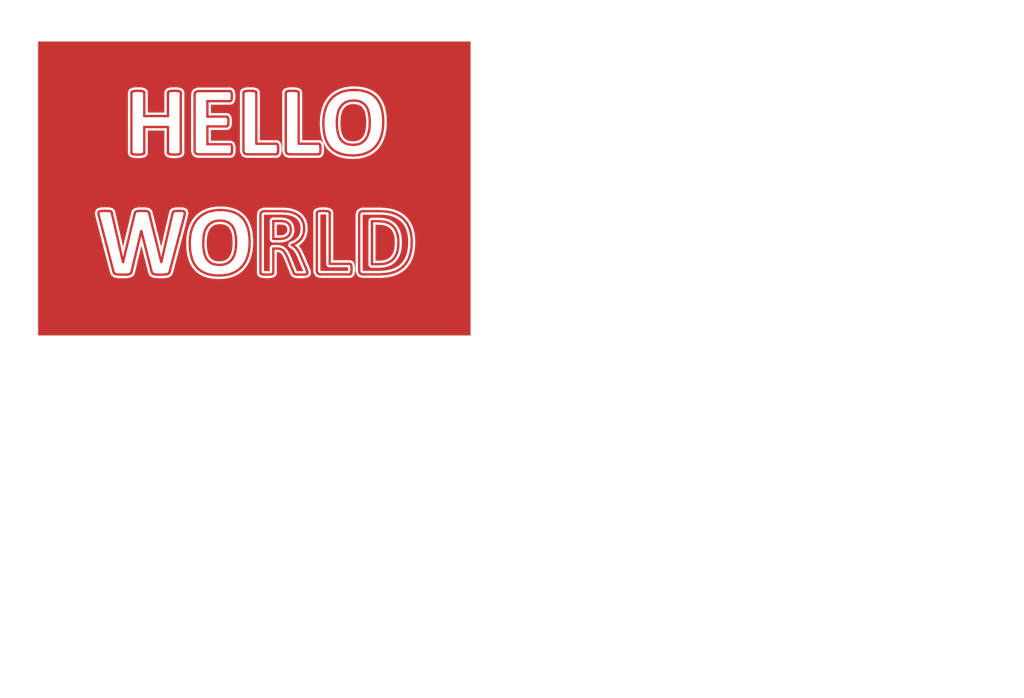
<source format=kicad_pcb>
(kicad_pcb (version 20211014) (generator pcbnew)
  (layers (0 "F.Cu" signal) (31 "B.Cu" signal) (34 "B.Paste" user) (35 "F.Paste" user) (36 "B.SilkS" user "B.Silkscreen") (37 "F.SilkS" user "F.Silkscreen") (38 "B.Mask" user) (39 "F.Mask" user) (44 "Edge.Cuts" user))
  (net 0 "")
  (gr_curve (pts (xy 33.402295 35.025781) (xy 33.620025 34.783247) (xy 33.889431 34.597212) (xy 34.210514 34.467676)) (layer "F.Cu") (width 0.2))
  (gr_curve (pts (xy 31.014844 29.5374) (xy 30.974881 29.523619) (xy 30.945942 29.505705) (xy 30.928027 29.483656)) (layer "F.Cu") (width 0.2))
  (gr_curve (pts (xy 42.31958 35.271761) (xy 42.38297 35.435748) (xy 42.414665 35.62385) (xy 42.414665 35.836068)) (layer "F.Cu") (width 0.2))
  (gr_curve (pts (xy 27.839844 29.483656) (xy 27.821929 29.461608) (xy 27.812972 29.436803) (xy 27.812972 29.409242)) (layer "F.Cu") (width 0.2))
  (gr_curve (pts (xy 42.137679 38.180111) (xy 42.137679 38.180111) (xy 42.588298 39.23431) (xy 42.588298 39.23431)) (layer "F.Cu") (width 0.2))
  (gr_curve (pts (xy 41.186833 29.55807) (xy 41.095882 29.55807) (xy 41.019401 29.531199) (xy 40.957389 29.477455)) (layer "F.Cu") (width 0.2))
  (gr_curve (pts (xy 37.567415 24.196124) (xy 37.637695 24.187856) (xy 37.725201 24.183721) (xy 37.829932 24.183721)) (layer "F.Cu") (width 0.2))
  (gr_curve (pts (xy 28.900244 27.2471) (xy 28.900244 27.2471) (xy 28.900244 29.409242) (xy 28.900244 29.409242)) (layer "F.Cu") (width 0.2))
  (gr_curve (pts (xy 41.147559 24.196124) (xy 41.217839 24.187856) (xy 41.305344 24.183721) (xy 41.410075 24.183721)) (layer "F.Cu") (width 0.2))
  (gr_curve (pts (xy 42.675114 39.653923) (xy 42.66409 39.674593) (xy 42.637907 39.691819) (xy 42.596566 39.705599)) (layer "F.Cu") (width 0.2))
  (gr_curve (pts (xy 40.130566 29.533266) (xy 40.109896 29.549802) (xy 40.08578 29.55807) (xy 40.058219 29.55807)) (layer "F.Cu") (width 0.2))
  (gr_curve (pts (xy 45.920394 25.157305) (xy 45.741249 25.257902) (xy 45.596555 25.392261) (xy 45.486312 25.560382)) (layer "F.Cu") (width 0.2))
  (gr_curve (pts (xy 39.783301 39.643587) (xy 39.765386 39.665636) (xy 39.735758 39.68355) (xy 39.694417 39.697331)) (layer "F.Cu") (width 0.2))
  (gr_curve (pts (xy 43.582552 39.637386) (xy 43.52054 39.583643) (xy 43.489535 39.496137) (xy 43.489535 39.37487)) (layer "F.Cu") (width 0.2))
  (gr_curve (pts (xy 43.638363 28.660967) (xy 43.665923 28.660967) (xy 43.690039 28.668547) (xy 43.71071 28.683705)) (layer "F.Cu") (width 0.2))
  (gr_curve (pts (xy 33.954199 36.309424) (xy 33.908724 36.534044) (xy 33.885986 36.771756) (xy 33.885986 37.022559)) (layer "F.Cu") (width 0.2))
  (gr_curve (pts (xy 32.744971 37.076302) (xy 32.744971 36.643598) (xy 32.800092 36.254302) (xy 32.910335 35.908415)) (layer "F.Cu") (width 0.2))
  (gr_curve (pts (xy 36.6021 36.272217) (xy 36.558002 36.042085) (xy 36.482899 35.845025) (xy 36.37679 35.681039)) (layer "F.Cu") (width 0.2))
  (gr_curve (pts (xy 37.650098 35.776123) (xy 37.756207 36.116499) (xy 37.809261 36.518197) (xy 37.809261 36.981218)) (layer "F.Cu") (width 0.2))
  (gr_curve (pts (xy 39.810173 37.531055) (xy 39.810173 37.531055) (xy 39.810173 39.569173) (xy 39.810173 39.569173)) (layer "F.Cu") (width 0.2))
  (gr_curve (pts (xy 35.953044 35.3007) (xy 35.776655 35.211128) (xy 35.556169 35.166341) (xy 35.291585 35.166341)) (layer "F.Cu") (width 0.2))
  (gr_curve (pts (xy 50.015234 35.728581) (xy 49.884321 35.568728) (xy 49.7162 35.444016) (xy 49.510872 35.354444)) (layer "F.Cu") (width 0.2))
  (gr_curve (pts (xy 36.213493 25.037416) (xy 36.1942 25.052574) (xy 36.172152 25.060154) (xy 36.147347 25.060154)) (layer "F.Cu") (width 0.2))
  (gr_curve (pts (xy 43.489535 39.37487) (xy 43.489535 39.37487) (xy 43.489535 34.517285) (xy 43.489535 34.517285)) (layer "F.Cu") (width 0.2))
  (gr_curve (pts (xy 32.143457 34.353988) (xy 32.210981 34.360878) (xy 32.259901 34.379481) (xy 32.290218 34.409798)) (layer "F.Cu") (width 0.2))
  (gr_curve (pts (xy 45.252734 26.149493) (xy 45.207259 26.374113) (xy 45.184521 26.611825) (xy 45.184521 26.862628)) (layer "F.Cu") (width 0.2))
  (gr_curve (pts (xy 28.900244 26.321059) (xy 28.900244 26.321059) (xy 30.901156 26.321059) (xy 30.901156 26.321059)) (layer "F.Cu") (width 0.2))
  (gr_curve (pts (xy 33.952132 37.810108) (xy 33.996229 38.042996) (xy 34.070643 38.242123) (xy 34.175374 38.407487)) (layer "F.Cu") (width 0.2))
  (gr_curve (pts (xy 28.689404 34.343652) (xy 28.821696 34.343652) (xy 28.927116 34.346409) (xy 29.005664 34.351921)) (layer "F.Cu") (width 0.2))
  (gr_curve (pts (xy 36.00472 26.587709) (xy 36.01161 26.641453) (xy 36.015055 26.706909) (xy 36.015055 26.784079)) (layer "F.Cu") (width 0.2))
  (gr_curve (pts (xy 33.247266 29.477455) (xy 33.185254 29.423712) (xy 33.154248 29.336206) (xy 33.154248 29.214939)) (layer "F.Cu") (width 0.2))
  (gr_curve (pts (xy 28.788623 24.229197) (xy 28.829964 24.242977) (xy 28.858903 24.260892) (xy 28.875439 24.28294)) (layer "F.Cu") (width 0.2))
  (gr_curve (pts (xy 38.25988 24.229197) (xy 38.301221 24.242977) (xy 38.330849 24.260892) (xy 38.348763 24.28294)) (layer "F.Cu") (width 0.2))
  (gr_curve (pts (xy 28.900244 29.409242) (xy 28.900244 29.436803) (xy 28.891976 29.461608) (xy 28.875439 29.483656)) (layer "F.Cu") (width 0.2))
  (gr_curve (pts (xy 31.058252 39.441016) (xy 31.041715 39.507162) (xy 31.018978 39.560216) (xy 30.990039 39.600179)) (layer "F.Cu") (width 0.2))
  (gr_curve (pts (xy 35.973714 27.108607) (xy 35.959934 27.140302) (xy 35.942708 27.16304) (xy 35.922038 27.17682)) (layer "F.Cu") (width 0.2))
  (gr_curve (pts (xy 35.229574 39.813086) (xy 34.813406 39.813086) (xy 34.450293 39.758654) (xy 34.140234 39.649789)) (layer "F.Cu") (width 0.2))
  (gr_curve (pts (xy 26.16346 34.566895) (xy 26.16346 34.566895) (xy 27.101904 38.663802) (xy 27.101904 38.663802)) (layer "F.Cu") (width 0.2))
  (gr_curve (pts (xy 43.762386 29.45265) (xy 43.748606 29.489857) (xy 43.73138 29.516729) (xy 43.71071 29.533266)) (layer "F.Cu") (width 0.2))
  (gr_curve (pts (xy 29.507959 39.441016) (xy 29.507959 39.441016) (xy 28.652197 36.051042) (xy 28.652197 36.051042)) (layer "F.Cu") (width 0.2))
  (gr_curve (pts (xy 31.872673 24.229197) (xy 31.914014 24.242977) (xy 31.943641 24.260892) (xy 31.961556 24.28294)) (layer "F.Cu") (width 0.2))
  (gr_curve (pts (xy 45.895589 28.625828) (xy 46.071978 28.712644) (xy 46.293842 28.756052) (xy 46.561182 28.756052)) (layer "F.Cu") (width 0.2))
  (gr_curve (pts (xy 29.911035 39.732471) (xy 29.815951 39.725581) (xy 29.740847 39.7118) (xy 29.685726 39.69113)) (layer "F.Cu") (width 0.2))
  (gr_curve (pts (xy 31.446859 29.582875) (xy 31.339372 29.582875) (xy 31.250488 29.578741) (xy 31.180208 29.570473)) (layer "F.Cu") (width 0.2))
  (gr_curve (pts (xy 28.900244 24.357354) (xy 28.900244 24.357354) (xy 28.900244 26.321059) (xy 28.900244 26.321059)) (layer "F.Cu") (width 0.2))
  (gr_curve (pts (xy 47.900635 26.112286) (xy 47.856538 25.882153) (xy 47.781434 25.685094) (xy 47.675326 25.521107)) (layer "F.Cu") (width 0.2))
  (gr_curve (pts (xy 41.042139 38.366146) (xy 40.984261 38.231098) (xy 40.927762 38.111209) (xy 40.87264 38.006478)) (layer "F.Cu") (width 0.2))
  (gr_curve (pts (xy 35.922038 26.389272) (xy 35.942708 26.40443) (xy 35.959934 26.427857) (xy 35.973714 26.459551)) (layer "F.Cu") (width 0.2))
  (gr_curve (pts (xy 43.793392 29.312091) (xy 43.786502 29.36859) (xy 43.776166 29.415443) (xy 43.762386 29.45265)) (layer "F.Cu") (width 0.2))
  (gr_curve (pts (xy 43.803727 29.103318) (xy 43.803727 29.186) (xy 43.800282 29.255591) (xy 43.793392 29.312091)) (layer "F.Cu") (width 0.2))
  (gr_curve (pts (xy 28.875439 29.483656) (xy 28.858903 29.505705) (xy 28.829964 29.523619) (xy 28.788623 29.5374)) (layer "F.Cu") (width 0.2))
  (gr_curve (pts (xy 51.321615 38.223519) (xy 51.193457 38.572163) (xy 51.009489 38.856728) (xy 50.76971 39.077214)) (layer "F.Cu") (width 0.2))
  (gr_curve (pts (xy 43.811995 39.718001) (xy 43.721045 39.718001) (xy 43.644564 39.69113) (xy 43.582552 39.637386)) (layer "F.Cu") (width 0.2))
  (gr_curve (pts (xy 40.223584 29.103318) (xy 40.223584 29.186) (xy 40.220139 29.255591) (xy 40.213249 29.312091)) (layer "F.Cu") (width 0.2))
  (gr_curve (pts (xy 35.922038 27.17682) (xy 35.901367 27.190601) (xy 35.87863 27.197491) (xy 35.853825 27.197491)) (layer "F.Cu") (width 0.2))
  (gr_curve (pts (xy 50.817253 35.031983) (xy 51.044629 35.251091) (xy 51.217573 35.521875) (xy 51.336084 35.844336)) (layer "F.Cu") (width 0.2))
  (gr_curve (pts (xy 28.216048 34.391195) (xy 28.258767 34.37328) (xy 28.317334 34.360878) (xy 28.391748 34.353988)) (layer "F.Cu") (width 0.2))
  (gr_curve (pts (xy 30.901156 24.357354) (xy 30.901156 24.329793) (xy 30.910113 24.304989) (xy 30.928027 24.28294)) (layer "F.Cu") (width 0.2))
  (gr_curve (pts (xy 46.335872 39.693197) (xy 46.315202 39.709733) (xy 46.291086 39.718001) (xy 46.263525 39.718001)) (layer "F.Cu") (width 0.2))
  (gr_curve (pts (xy 34.140234 39.649789) (xy 33.830176 39.540924) (xy 33.571794 39.37487) (xy 33.365088 39.151628)) (layer "F.Cu") (width 0.2))
  (gr_curve (pts (xy 40.182243 29.45265) (xy 40.168462 29.489857) (xy 40.151237 29.516729) (xy 40.130566 29.533266)) (layer "F.Cu") (width 0.2))
  (gr_curve (pts (xy 38.094515 24.196124) (xy 38.163417 24.204392) (xy 38.218538 24.215416) (xy 38.25988 24.229197)) (layer "F.Cu") (width 0.2))
  (gr_curve (pts (xy 31.988428 29.409242) (xy 31.988428 29.436803) (xy 31.97947 29.461608) (xy 31.961556 29.483656)) (layer "F.Cu") (width 0.2))
  (gr_curve (pts (xy 40.980127 24.229197) (xy 41.021468 24.215416) (xy 41.077279 24.204392) (xy 41.147559 24.196124)) (layer "F.Cu") (width 0.2))
  (gr_curve (pts (xy 27.438835 39.732471) (xy 27.346506 39.739361) (xy 27.22455 39.742806) (xy 27.072965 39.742806)) (layer "F.Cu") (width 0.2))
  (gr_curve (pts (xy 30.859814 39.69113) (xy 30.801937 39.7118) (xy 30.727523 39.725581) (xy 30.636572 39.732471)) (layer "F.Cu") (width 0.2))
  (gr_curve (pts (xy 36.015055 26.784079) (xy 36.015055 26.864006) (xy 36.01161 26.930152) (xy 36.00472 26.982517)) (layer "F.Cu") (width 0.2))
  (gr_curve (pts (xy 41.170296 35.501205) (xy 41.09037 35.379937) (xy 40.959456 35.294499) (xy 40.777555 35.244889)) (layer "F.Cu") (width 0.2))
  (gr_curve (pts (xy 46.418555 39.054476) (xy 46.425445 39.110976) (xy 46.42889 39.180567) (xy 46.42889 39.263249)) (layer "F.Cu") (width 0.2))
  (gr_curve (pts (xy 45.486312 25.560382) (xy 45.376069 25.728502) (xy 45.29821 25.924873) (xy 45.252734 26.149493)) (layer "F.Cu") (width 0.2))
  (gr_curve (pts (xy 42.414665 35.836068) (xy 42.414665 36.015213) (xy 42.391927 36.17851) (xy 42.346452 36.32596)) (layer "F.Cu") (width 0.2))
  (gr_curve (pts (xy 47.66499 28.202081) (xy 47.775233 28.031204) (xy 47.853092 27.832078) (xy 47.898568 27.604701)) (layer "F.Cu") (width 0.2))
  (gr_curve (pts (xy 36.263102 24.301544) (xy 36.276883 24.335995) (xy 36.287218 24.380092) (xy 36.294108 24.433835)) (layer "F.Cu") (width 0.2))
  (gr_curve (pts (xy 34.175374 38.407487) (xy 34.280105 38.572852) (xy 34.420665 38.698942) (xy 34.597054 38.785759)) (layer "F.Cu") (width 0.2))
  (gr_curve (pts (xy 28.125098 34.467676) (xy 28.143012 34.434603) (xy 28.173329 34.409109) (xy 28.216048 34.391195)) (layer "F.Cu") (width 0.2))
  (gr_curve (pts (xy 35.973714 26.459551) (xy 35.987495 26.491246) (xy 35.99783 26.533966) (xy 36.00472 26.587709)) (layer "F.Cu") (width 0.2))
  (gr_curve (pts (xy 41.928906 24.28294) (xy 41.946821 24.304989) (xy 41.955778 24.329793) (xy 41.955778 24.357354)) (layer "F.Cu") (width 0.2))
  (gr_curve (pts (xy 47.392139 39.718001) (xy 47.301188 39.718001) (xy 47.224707 39.69113) (xy 47.162695 39.637386)) (layer "F.Cu") (width 0.2))
  (gr_curve (pts (xy 50.288086 37.812175) (xy 50.35561 37.580664) (xy 50.389372 37.310569) (xy 50.389372 37.001888)) (layer "F.Cu") (width 0.2))
  (gr_curve (pts (xy 46.42889 39.263249) (xy 46.42889 39.345931) (xy 46.425445 39.415522) (xy 46.418555 39.472022)) (layer "F.Cu") (width 0.2))
  (gr_curve (pts (xy 38.834521 39.697331) (xy 38.79318 39.68355) (xy 38.764242 39.665636) (xy 38.747705 39.643587)) (layer "F.Cu") (width 0.2))
  (gr_curve (pts (xy 48.942432 28.011911) (xy 48.832189 28.361933) (xy 48.668202 28.6589) (xy 48.450472 28.902813)) (layer "F.Cu") (width 0.2))
  (gr_curve (pts (xy 43.489535 34.517285) (xy 43.489535 34.489725) (xy 43.498492 34.46492) (xy 43.516406 34.442871)) (layer "F.Cu") (width 0.2))
  (gr_curve (pts (xy 37.284229 29.214939) (xy 37.284229 29.214939) (xy 37.284229 24.357354) (xy 37.284229 24.357354)) (layer "F.Cu") (width 0.2))
  (gr_curve (pts (xy 49.510872 35.354444) (xy 49.305545 35.264871) (xy 49.036138 35.220085) (xy 48.702653 35.220085)) (layer "F.Cu") (width 0.2))
  (gr_curve (pts (xy 34.237386 28.706443) (xy 34.237386 28.706443) (xy 36.163883 28.706443) (xy 36.163883 28.706443)) (layer "F.Cu") (width 0.2))
  (gr_curve (pts (xy 41.811084 39.734538) (xy 41.742182 39.729026) (xy 41.68775 39.71869) (xy 41.647786 39.703532)) (layer "F.Cu") (width 0.2))
  (gr_curve (pts (xy 42.346452 36.32596) (xy 42.300977 36.473411) (xy 42.234142 36.605013) (xy 42.145947 36.720768)) (layer "F.Cu") (width 0.2))
  (gr_curve (pts (xy 25.24362 34.353988) (xy 25.322168 34.347098) (xy 25.431722 34.343652) (xy 25.572282 34.343652)) (layer "F.Cu") (width 0.2))
  (gr_curve (pts (xy 37.178809 34.930697) (xy 37.386892 35.153939) (xy 37.543989 35.435748) (xy 37.650098 35.776123)) (layer "F.Cu") (width 0.2))
  (gr_curve (pts (xy 36.314779 28.931752) (xy 36.321669 28.985495) (xy 36.325114 29.05233) (xy 36.325114 29.132257)) (layer "F.Cu") (width 0.2))
  (gr_curve (pts (xy 31.707308 29.570473) (xy 31.638406 29.578741) (xy 31.55159 29.582875) (xy 31.446859 29.582875)) (layer "F.Cu") (width 0.2))
  (gr_curve (pts (xy 30.289307 39.742806) (xy 30.13221 39.742806) (xy 30.00612 39.739361) (xy 29.911035 39.732471)) (layer "F.Cu") (width 0.2))
  (gr_curve (pts (xy 40.455094 37.584798) (xy 40.3669 37.548969) (xy 40.264925 37.531055) (xy 40.14917 37.531055)) (layer "F.Cu") (width 0.2))
  (gr_curve (pts (xy 32.910335 35.908415) (xy 33.020578 35.562527) (xy 33.184565 35.268316) (xy 33.402295 35.025781)) (layer "F.Cu") (width 0.2))
  (gr_curve (pts (xy 46.387549 38.91805) (xy 46.401329 38.952501) (xy 46.411664 38.997976) (xy 46.418555 39.054476)) (layer "F.Cu") (width 0.2))
  (gr_curve (pts (xy 46.561182 28.756052) (xy 46.828521 28.756052) (xy 47.051763 28.706443) (xy 47.230908 28.607224)) (layer "F.Cu") (width 0.2))
  (gr_curve (pts (xy 30.928027 24.28294) (xy 30.945942 24.260892) (xy 30.974881 24.242977) (xy 31.014844 24.229197)) (layer "F.Cu") (width 0.2))
  (gr_curve (pts (xy 28.391748 34.353988) (xy 28.466162 34.347098) (xy 28.565381 34.343652) (xy 28.689404 34.343652)) (layer "F.Cu") (width 0.2))
  (gr_curve (pts (xy 47.162695 39.637386) (xy 47.100684 39.583643) (xy 47.069678 39.496137) (xy 47.069678 39.37487)) (layer "F.Cu") (width 0.2))
  (gr_curve (pts (xy 28.652197 36.051042) (xy 28.652197 36.051042) (xy 28.643929 36.051042) (xy 28.643929 36.051042)) (layer "F.Cu") (width 0.2))
  (gr_curve (pts (xy 40.777555 35.244889) (xy 40.722434 35.231109) (xy 40.659733 35.220085) (xy 40.589453 35.211817)) (layer "F.Cu") (width 0.2))
  (gr_curve (pts (xy 41.647786 39.703532) (xy 41.607823 39.688374) (xy 41.579574 39.669081) (xy 41.563037 39.645654)) (layer "F.Cu") (width 0.2))
  (gr_curve (pts (xy 44.70083 24.86585) (xy 44.91856 24.623316) (xy 45.187967 24.43728) (xy 45.509049 24.307745)) (layer "F.Cu") (width 0.2))
  (gr_curve (pts (xy 27.928727 24.229197) (xy 27.970068 24.215416) (xy 28.025879 24.204392) (xy 28.096159 24.196124)) (layer "F.Cu") (width 0.2))
  (gr_curve (pts (xy 36.00472 26.982517) (xy 35.99783 27.034882) (xy 35.987495 27.076913) (xy 35.973714 27.108607)) (layer "F.Cu") (width 0.2))
  (gr_curve (pts (xy 30.901156 26.321059) (xy 30.901156 26.321059) (xy 30.901156 24.357354) (xy 30.901156 24.357354)) (layer "F.Cu") (width 0.2))
  (gr_curve (pts (xy 36.314779 29.332761) (xy 36.307888 29.386505) (xy 36.297553 29.429913) (xy 36.283773 29.462986)) (layer "F.Cu") (width 0.2))
  (gr_curve (pts (xy 44.20887 25.748484) (xy 44.319113 25.402596) (xy 44.4831 25.108385) (xy 44.70083 24.86585)) (layer "F.Cu") (width 0.2))
  (gr_curve (pts (xy 40.864372 29.214939) (xy 40.864372 29.214939) (xy 40.864372 24.357354) (xy 40.864372 24.357354)) (layer "F.Cu") (width 0.2))
  (gr_curve (pts (xy 42.67098 39.463753) (xy 42.68476 39.511985) (xy 42.69165 39.549881) (xy 42.69165 39.577442)) (layer "F.Cu") (width 0.2))
  (gr_curve (pts (xy 41.955778 28.660967) (xy 41.955778 28.660967) (xy 43.638363 28.660967) (xy 43.638363 28.660967)) (layer "F.Cu") (width 0.2))
  (gr_curve (pts (xy 46.528109 29.653155) (xy 46.111941 29.653155) (xy 45.748828 29.598722) (xy 45.43877 29.489857)) (layer "F.Cu") (width 0.2))
  (gr_curve (pts (xy 43.793392 28.894545) (xy 43.800282 28.951045) (xy 43.803727 29.020635) (xy 43.803727 29.103318)) (layer "F.Cu") (width 0.2))
  (gr_curve (pts (xy 44.554069 34.442871) (xy 44.571984 34.46492) (xy 44.580941 34.489725) (xy 44.580941 34.517285)) (layer "F.Cu") (width 0.2))
  (gr_curve (pts (xy 37.829932 24.183721) (xy 37.937419 24.183721) (xy 38.025613 24.187856) (xy 38.094515 24.196124)) (layer "F.Cu") (width 0.2))
  (gr_curve (pts (xy 47.642253 29.460919) (xy 47.32117 29.589076) (xy 46.949788 29.653155) (xy 46.528109 29.653155)) (layer "F.Cu") (width 0.2))
  (gr_curve (pts (xy 27.839844 24.28294) (xy 27.857758 24.260892) (xy 27.887386 24.242977) (xy 27.928727 24.229197)) (layer "F.Cu") (width 0.2))
  (gr_curve (pts (xy 45.43877 29.489857) (xy 45.128711 29.380992) (xy 44.870329 29.214939) (xy 44.663623 28.991697)) (layer "F.Cu") (width 0.2))
  (gr_curve (pts (xy 41.800749 37.570329) (xy 41.86276 37.648877) (xy 41.921327 37.73845) (xy 41.976449 37.839046)) (layer "F.Cu") (width 0.2))
  (gr_curve (pts (xy 36.263102 24.965069) (xy 36.249322 24.998142) (xy 36.232785 25.022258) (xy 36.213493 25.037416)) (layer "F.Cu") (width 0.2))
  (gr_curve (pts (xy 41.058675 36.503727) (xy 41.135845 36.436203) (xy 41.193723 36.355588) (xy 41.232308 36.261882)) (layer "F.Cu") (width 0.2))
  (gr_curve (pts (xy 41.976449 37.839046) (xy 42.03157 37.939643) (xy 42.085314 38.053331) (xy 42.137679 38.180111)) (layer "F.Cu") (width 0.2))
  (gr_curve (pts (xy 41.410075 24.183721) (xy 41.517562 24.183721) (xy 41.605756 24.187856) (xy 41.674658 24.196124)) (layer "F.Cu") (width 0.2))
  (gr_curve (pts (xy 38.815918 34.449072) (xy 38.87793 34.395329) (xy 38.954411 34.368457) (xy 39.045361 34.368457)) (layer "F.Cu") (width 0.2))
  (gr_curve (pts (xy 49.982161 38.393018) (xy 50.118587 38.237299) (xy 50.220562 38.043685) (xy 50.288086 37.812175)) (layer "F.Cu") (width 0.2))
  (gr_curve (pts (xy 42.588298 39.23431) (xy 42.629639 39.339041) (xy 42.657199 39.415522) (xy 42.67098 39.463753)) (layer "F.Cu") (width 0.2))
  (gr_curve (pts (xy 33.154248 24.551658) (xy 33.154248 24.43039) (xy 33.185254 24.342885) (xy 33.247266 24.289141)) (layer "F.Cu") (width 0.2))
  (gr_curve (pts (xy 41.232308 36.261882) (xy 41.270893 36.168175) (xy 41.290186 36.063444) (xy 41.290186 35.947689)) (layer "F.Cu") (width 0.2))
  (gr_curve (pts (xy 33.476709 29.55807) (xy 33.385758 29.55807) (xy 33.309277 29.531199) (xy 33.247266 29.477455)) (layer "F.Cu") (width 0.2))
  (gr_curve (pts (xy 29.187565 34.387061) (xy 29.230284 34.404975) (xy 29.26129 34.430469) (xy 29.280583 34.463542)) (layer "F.Cu") (width 0.2))
  (gr_curve (pts (xy 40.777555 34.376725) (xy 40.868506 34.382238) (xy 40.951188 34.389128) (xy 41.025602 34.397396)) (layer "F.Cu") (width 0.2))
  (gr_curve (pts (xy 43.71071 28.683705) (xy 43.73138 28.698864) (xy 43.748606 28.723668) (xy 43.762386 28.758119)) (layer "F.Cu") (width 0.2))
  (gr_curve (pts (xy 36.232096 29.535333) (xy 36.211426 29.550491) (xy 36.188688 29.55807) (xy 36.163883 29.55807)) (layer "F.Cu") (width 0.2))
  (gr_curve (pts (xy 33.154248 29.214939) (xy 33.154248 29.214939) (xy 33.154248 24.551658) (xy 33.154248 24.551658)) (layer "F.Cu") (width 0.2))
  (gr_curve (pts (xy 40.297998 35.199414) (xy 40.297998 35.199414) (xy 39.810173 35.199414) (xy 39.810173 35.199414)) (layer "F.Cu") (width 0.2))
  (gr_curve (pts (xy 27.657943 39.689063) (xy 27.604199 39.711111) (xy 27.531163 39.725581) (xy 27.438835 39.732471)) (layer "F.Cu") (width 0.2))
  (gr_curve (pts (xy 36.213493 24.229197) (xy 36.232785 24.242977) (xy 36.249322 24.267093) (xy 36.263102 24.301544)) (layer "F.Cu") (width 0.2))
  (gr_curve (pts (xy 27.106038 38.663802) (xy 27.106038 38.663802) (xy 28.081689 34.595833) (xy 28.081689 34.595833)) (layer "F.Cu") (width 0.2))
  (gr_curve (pts (xy 34.237386 26.366534) (xy 34.237386 26.366534) (xy 35.853825 26.366534) (xy 35.853825 26.366534)) (layer "F.Cu") (width 0.2))
  (gr_curve (pts (xy 35.262646 38.915983) (xy 35.529986 38.915983) (xy 35.753228 38.866374) (xy 35.932373 38.767155)) (layer "F.Cu") (width 0.2))
  (gr_curve (pts (xy 48.948633 25.616192) (xy 49.054742 25.956568) (xy 49.107796 26.358266) (xy 49.107796 26.821286)) (layer "F.Cu") (width 0.2))
  (gr_curve (pts (xy 44.035238 34.343652) (xy 44.142725 34.343652) (xy 44.230919 34.347787) (xy 44.299821 34.356055)) (layer "F.Cu") (width 0.2))
  (gr_curve (pts (xy 29.685726 39.69113) (xy 29.630604 39.670459) (xy 29.590641 39.640142) (xy 29.565837 39.600179)) (layer "F.Cu") (width 0.2))
  (gr_curve (pts (xy 28.081689 34.595833) (xy 28.092714 34.543468) (xy 28.107183 34.500749) (xy 28.125098 34.467676)) (layer "F.Cu") (width 0.2))
  (gr_curve (pts (xy 30.334782 38.663802) (xy 30.334782 38.663802) (xy 30.34305 38.663802) (xy 30.34305 38.663802)) (layer "F.Cu") (width 0.2))
  (gr_curve (pts (xy 28.096159 29.570473) (xy 28.025879 29.562204) (xy 27.970068 29.55118) (xy 27.928727 29.5374)) (layer "F.Cu") (width 0.2))
  (gr_curve (pts (xy 44.299821 34.356055) (xy 44.368723 34.364323) (xy 44.423844 34.375347) (xy 44.465186 34.389128)) (layer "F.Cu") (width 0.2))
  (gr_curve (pts (xy 39.264469 39.742806) (xy 39.159738 39.742806) (xy 39.072233 39.738672) (xy 39.001953 39.730404)) (layer "F.Cu") (width 0.2))
  (gr_curve (pts (xy 40.957389 29.477455) (xy 40.895378 29.423712) (xy 40.864372 29.336206) (xy 40.864372 29.214939)) (layer "F.Cu") (width 0.2))
  (gr_curve (pts (xy 31.961556 24.28294) (xy 31.97947 24.304989) (xy 31.988428 24.329793) (xy 31.988428 24.357354)) (layer "F.Cu") (width 0.2))
  (gr_curve (pts (xy 31.393115 34.391195) (xy 31.4317 34.37328) (xy 31.486822 34.360878) (xy 31.55848 34.353988)) (layer "F.Cu") (width 0.2))
  (gr_curve (pts (xy 31.014844 24.229197) (xy 31.054807 24.215416) (xy 31.109928 24.204392) (xy 31.180208 24.196124)) (layer "F.Cu") (width 0.2))
  (gr_curve (pts (xy 47.898568 27.604701) (xy 47.944043 27.377325) (xy 47.966781 27.135479) (xy 47.966781 26.879164)) (layer "F.Cu") (width 0.2))
  (gr_curve (pts (xy 41.563037 39.645654) (xy 41.546501 39.622228) (xy 41.53272 39.593978) (xy 41.521696 39.560905)) (layer "F.Cu") (width 0.2))
  (gr_curve (pts (xy 41.674658 24.196124) (xy 41.74356 24.204392) (xy 41.798682 24.215416) (xy 41.840023 24.229197)) (layer "F.Cu") (width 0.2))
  (gr_curve (pts (xy 51.336084 35.844336) (xy 51.454595 36.166797) (xy 51.513851 36.540245) (xy 51.513851 36.964681)) (layer "F.Cu") (width 0.2))
  (gr_curve (pts (xy 31.180208 24.196124) (xy 31.250488 24.187856) (xy 31.339372 24.183721) (xy 31.446859 24.183721)) (layer "F.Cu") (width 0.2))
  (gr_curve (pts (xy 31.707308 24.196124) (xy 31.77621 24.204392) (xy 31.831331 24.215416) (xy 31.872673 24.229197)) (layer "F.Cu") (width 0.2))
  (gr_curve (pts (xy 26.28335 39.441016) (xy 26.28335 39.441016) (xy 25.06792 34.7736) (xy 25.06792 34.7736)) (layer "F.Cu") (width 0.2))
  (gr_curve (pts (xy 43.772721 34.356055) (xy 43.843001 34.347787) (xy 43.930507 34.343652) (xy 44.035238 34.343652)) (layer "F.Cu") (width 0.2))
  (gr_curve (pts (xy 43.60529 34.389128) (xy 43.646631 34.375347) (xy 43.702441 34.364323) (xy 43.772721 34.356055)) (layer "F.Cu") (width 0.2))
  (gr_curve (pts (xy 27.833643 39.441016) (xy 27.819862 39.504406) (xy 27.80057 39.556082) (xy 27.775765 39.596045)) (layer "F.Cu") (width 0.2))
  (gr_curve (pts (xy 31.55848 34.353988) (xy 31.630138 34.347098) (xy 31.730735 34.343652) (xy 31.86027 34.343652)) (layer "F.Cu") (width 0.2))
  (gr_curve (pts (xy 27.775765 39.596045) (xy 27.75096 39.636008) (xy 27.711686 39.667014) (xy 27.657943 39.689063)) (layer "F.Cu") (width 0.2))
  (gr_curve (pts (xy 27.928727 29.5374) (xy 27.887386 29.523619) (xy 27.857758 29.505705) (xy 27.839844 29.483656)) (layer "F.Cu") (width 0.2))
  (gr_curve (pts (xy 30.34305 38.663802) (xy 30.34305 38.663802) (xy 31.281494 34.579297) (xy 31.281494 34.579297)) (layer "F.Cu") (width 0.2))
  (gr_curve (pts (xy 47.162695 34.449072) (xy 47.224707 34.395329) (xy 47.301188 34.368457) (xy 47.392139 34.368457)) (layer "F.Cu") (width 0.2))
  (gr_curve (pts (xy 31.988428 24.357354) (xy 31.988428 24.357354) (xy 31.988428 29.409242) (xy 31.988428 29.409242)) (layer "F.Cu") (width 0.2))
  (gr_curve (pts (xy 36.232096 28.72918) (xy 36.252767 28.744339) (xy 36.269992 28.768454) (xy 36.283773 28.801527)) (layer "F.Cu") (width 0.2))
  (gr_curve (pts (xy 30.636572 39.732471) (xy 30.545622 39.739361) (xy 30.429867 39.742806) (xy 30.289307 39.742806)) (layer "F.Cu") (width 0.2))
  (gr_curve (pts (xy 25.074121 34.409798) (xy 25.108572 34.379481) (xy 25.165072 34.360878) (xy 25.24362 34.353988)) (layer "F.Cu") (width 0.2))
  (gr_curve (pts (xy 28.788623 29.5374) (xy 28.747282 29.55118) (xy 28.69216 29.562204) (xy 28.623258 29.570473)) (layer "F.Cu") (width 0.2))
  (gr_curve (pts (xy 48.450472 28.902813) (xy 48.232742 29.146726) (xy 47.963336 29.332761) (xy 47.642253 29.460919)) (layer "F.Cu") (width 0.2))
  (gr_curve (pts (xy 46.263525 38.820899) (xy 46.291086 38.820899) (xy 46.315202 38.828478) (xy 46.335872 38.843636)) (layer "F.Cu") (width 0.2))
  (gr_curve (pts (xy 32.9 38.3) (xy 32.796647 37.955491) (xy 32.744971 37.547591) (xy 32.744971 37.076302)) (layer "F.Cu") (width 0.2))
  (gr_curve (pts (xy 46.263525 39.718001) (xy 46.263525 39.718001) (xy 43.811995 39.718001) (xy 43.811995 39.718001)) (layer "F.Cu") (width 0.2))
  (gr_curve (pts (xy 49.978027 34.535889) (xy 50.310135 34.64751) (xy 50.589876 34.812874) (xy 50.817253 35.031983)) (layer "F.Cu") (width 0.2))
  (gr_curve (pts (xy 43.71071 29.533266) (xy 43.690039 29.549802) (xy 43.665923 29.55807) (xy 43.638363 29.55807)) (layer "F.Cu") (width 0.2))
  (gr_curve (pts (xy 30.901156 27.2471) (xy 30.901156 27.2471) (xy 28.900244 27.2471) (xy 28.900244 27.2471)) (layer "F.Cu") (width 0.2))
  (gr_curve (pts (xy 41.290186 35.947689) (xy 41.290186 35.7713) (xy 41.250222 35.622472) (xy 41.170296 35.501205)) (layer "F.Cu") (width 0.2))
  (gr_curve (pts (xy 37.151937 39.062744) (xy 36.934207 39.306657) (xy 36.6648 39.492692) (xy 36.343717 39.62085)) (layer "F.Cu") (width 0.2))
  (gr_curve (pts (xy 25.880273 34.349854) (xy 25.956066 34.353988) (xy 26.013254 34.363634) (xy 26.051839 34.378792)) (layer "F.Cu") (width 0.2))
  (gr_curve (pts (xy 33.247266 24.289141) (xy 33.309277 24.235398) (xy 33.385758 24.208526) (xy 33.476709 24.208526)) (layer "F.Cu") (width 0.2))
  (gr_curve (pts (xy 36.283773 29.462986) (xy 36.269992 29.496059) (xy 36.252767 29.520174) (xy 36.232096 29.535333)) (layer "F.Cu") (width 0.2))
  (gr_curve (pts (xy 36.147347 24.208526) (xy 36.172152 24.208526) (xy 36.1942 24.215416) (xy 36.213493 24.229197)) (layer "F.Cu") (width 0.2))
  (gr_curve (pts (xy 44.663623 28.991697) (xy 44.456917 28.768454) (xy 44.301888 28.484579) (xy 44.198535 28.140069)) (layer "F.Cu") (width 0.2))
  (gr_curve (pts (xy 36.668245 37.039095) (xy 36.668245 36.757975) (xy 36.646197 36.502349) (xy 36.6021 36.272217)) (layer "F.Cu") (width 0.2))
  (gr_curve (pts (xy 38.348763 24.28294) (xy 38.366678 24.304989) (xy 38.375635 24.329793) (xy 38.375635 24.357354)) (layer "F.Cu") (width 0.2))
  (gr_curve (pts (xy 34.187777 35.720313) (xy 34.077534 35.888433) (xy 33.999674 36.084804) (xy 33.954199 36.309424)) (layer "F.Cu") (width 0.2))
  (gr_curve (pts (xy 43.638363 29.55807) (xy 43.638363 29.55807) (xy 41.186833 29.55807) (xy 41.186833 29.55807)) (layer "F.Cu") (width 0.2))
  (gr_curve (pts (xy 41.840023 24.229197) (xy 41.881364 24.242977) (xy 41.910992 24.260892) (xy 41.928906 24.28294)) (layer "F.Cu") (width 0.2))
  (gr_curve (pts (xy 28.358675 29.582875) (xy 28.253944 29.582875) (xy 28.166439 29.578741) (xy 28.096159 29.570473)) (layer "F.Cu") (width 0.2))
  (gr_curve (pts (xy 25.026579 34.540023) (xy 25.023823 34.483523) (xy 25.03967 34.440115) (xy 25.074121 34.409798)) (layer "F.Cu") (width 0.2))
  (gr_curve (pts (xy 44.580941 34.517285) (xy 44.580941 34.517285) (xy 44.580941 38.820899) (xy 44.580941 38.820899)) (layer "F.Cu") (width 0.2))
  (gr_curve (pts (xy 37.399984 24.229197) (xy 37.441325 24.215416) (xy 37.497135 24.204392) (xy 37.567415 24.196124)) (layer "F.Cu") (width 0.2))
  (gr_curve (pts (xy 42.08807 39.742806) (xy 41.972314 39.742806) (xy 41.879986 39.74005) (xy 41.811084 39.734538)) (layer "F.Cu") (width 0.2))
  (gr_curve (pts (xy 40.213249 29.312091) (xy 40.206359 29.36859) (xy 40.196023 29.415443) (xy 40.182243 29.45265)) (layer "F.Cu") (width 0.2))
  (gr_curve (pts (xy 40.213249 28.894545) (xy 40.220139 28.951045) (xy 40.223584 29.020635) (xy 40.223584 29.103318)) (layer "F.Cu") (width 0.2))
  (gr_curve (pts (xy 38.375635 24.357354) (xy 38.375635 24.357354) (xy 38.375635 28.660967) (xy 38.375635 28.660967)) (layer "F.Cu") (width 0.2))
  (gr_curve (pts (xy 33.365088 39.151628) (xy 33.158382 38.928386) (xy 33.003353 38.64451) (xy 32.9 38.3)) (layer "F.Cu") (width 0.2))
  (gr_curve (pts (xy 47.251579 25.140769) (xy 47.07519 25.051196) (xy 46.854704 25.00641) (xy 46.59012 25.00641)) (layer "F.Cu") (width 0.2))
  (gr_curve (pts (xy 31.446859 24.183721) (xy 31.55159 24.183721) (xy 31.638406 24.187856) (xy 31.707308 24.196124)) (layer "F.Cu") (width 0.2))
  (gr_curve (pts (xy 26.051839 34.378792) (xy 26.090424 34.393951) (xy 26.116607 34.415999) (xy 26.130387 34.444938)) (layer "F.Cu") (width 0.2))
  (gr_curve (pts (xy 41.955778 24.357354) (xy 41.955778 24.357354) (xy 41.955778 28.660967) (xy 41.955778 28.660967)) (layer "F.Cu") (width 0.2))
  (gr_curve (pts (xy 37.284229 24.357354) (xy 37.284229 24.329793) (xy 37.293186 24.304989) (xy 37.3111 24.28294)) (layer "F.Cu") (width 0.2))
  (gr_curve (pts (xy 28.643929 36.051042) (xy 28.643929 36.051042) (xy 27.833643 39.441016) (xy 27.833643 39.441016)) (layer "F.Cu") (width 0.2))
  (gr_curve (pts (xy 44.580941 38.820899) (xy 44.580941 38.820899) (xy 46.263525 38.820899) (xy 46.263525 38.820899)) (layer "F.Cu") (width 0.2))
  (gr_curve (pts (xy 40.130566 28.683705) (xy 40.151237 28.698864) (xy 40.168462 28.723668) (xy 40.182243 28.758119)) (layer "F.Cu") (width 0.2))
  (gr_curve (pts (xy 34.237386 27.197491) (xy 34.237386 27.197491) (xy 34.237386 28.706443) (xy 34.237386 28.706443)) (layer "F.Cu") (width 0.2))
  (gr_curve (pts (xy 49.895345 39.562972) (xy 49.552214 39.666325) (xy 49.143625 39.718001) (xy 48.66958 39.718001)) (layer "F.Cu") (width 0.2))
  (gr_curve (pts (xy 38.375635 28.660967) (xy 38.375635 28.660967) (xy 40.058219 28.660967) (xy 40.058219 28.660967)) (layer "F.Cu") (width 0.2))
  (gr_curve (pts (xy 47.069678 39.37487) (xy 47.069678 39.37487) (xy 47.069678 34.711589) (xy 47.069678 34.711589)) (layer "F.Cu") (width 0.2))
  (gr_curve (pts (xy 46.627327 24.113441) (xy 47.032471 24.113441) (xy 47.390072 24.167185) (xy 47.70013 24.274672)) (layer "F.Cu") (width 0.2))
  (gr_curve (pts (xy 45.250667 27.650176) (xy 45.294765 27.883065) (xy 45.369179 28.082191) (xy 45.47391 28.247556)) (layer "F.Cu") (width 0.2))
  (gr_curve (pts (xy 35.291585 35.166341) (xy 35.024246 35.166341) (xy 34.801004 35.21664) (xy 34.621859 35.317236)) (layer "F.Cu") (width 0.2))
  (gr_curve (pts (xy 31.314567 34.465609) (xy 31.328347 34.433914) (xy 31.35453 34.409109) (xy 31.393115 34.391195)) (layer "F.Cu") (width 0.2))
  (gr_curve (pts (xy 34.210514 34.467676) (xy 34.531597 34.33814) (xy 34.904357 34.273373) (xy 35.328792 34.273373)) (layer "F.Cu") (width 0.2))
  (gr_curve (pts (xy 34.621859 35.317236) (xy 34.442714 35.417833) (xy 34.29802 35.552192) (xy 34.187777 35.720313)) (layer "F.Cu") (width 0.2))
  (gr_curve (pts (xy 48.152816 38.858106) (xy 48.152816 38.858106) (xy 48.719189 38.858106) (xy 48.719189 38.858106)) (layer "F.Cu") (width 0.2))
  (gr_curve (pts (xy 26.69056 39.732471) (xy 26.595475 39.725581) (xy 26.520372 39.7118) (xy 26.465251 39.69113)) (layer "F.Cu") (width 0.2))
  (gr_curve (pts (xy 37.643896 38.171843) (xy 37.533653 38.521864) (xy 37.369667 38.818832) (xy 37.151937 39.062744)) (layer "F.Cu") (width 0.2))
  (gr_curve (pts (xy 31.180208 29.570473) (xy 31.109928 29.562204) (xy 31.054807 29.55118) (xy 31.014844 29.5374)) (layer "F.Cu") (width 0.2))
  (gr_curve (pts (xy 30.928027 29.483656) (xy 30.910113 29.461608) (xy 30.901156 29.436803) (xy 30.901156 29.409242)) (layer "F.Cu") (width 0.2))
  (gr_curve (pts (xy 51.513851 36.964681) (xy 51.513851 37.455263) (xy 51.449772 37.874875) (xy 51.321615 38.223519)) (layer "F.Cu") (width 0.2))
  (gr_curve (pts (xy 43.516406 34.442871) (xy 43.534321 34.420823) (xy 43.563949 34.402908) (xy 43.60529 34.389128)) (layer "F.Cu") (width 0.2))
  (gr_curve (pts (xy 50.389372 37.001888) (xy 50.389372 36.748329) (xy 50.359744 36.512685) (xy 50.300488 36.294955)) (layer "F.Cu") (width 0.2))
  (gr_curve (pts (xy 26.465251 39.69113) (xy 26.410129 39.670459) (xy 26.370166 39.640142) (xy 26.345361 39.600179)) (layer "F.Cu") (width 0.2))
  (gr_curve (pts (xy 31.86027 34.343652) (xy 31.981538 34.343652) (xy 32.075933 34.347098) (xy 32.143457 34.353988)) (layer "F.Cu") (width 0.2))
  (gr_curve (pts (xy 40.058219 28.660967) (xy 40.08578 28.660967) (xy 40.109896 28.668547) (xy 40.130566 28.683705)) (layer "F.Cu") (width 0.2))
  (gr_curve (pts (xy 46.387549 39.612582) (xy 46.373768 39.649789) (xy 46.356543 39.67666) (xy 46.335872 39.693197)) (layer "F.Cu") (width 0.2))
  (gr_curve (pts (xy 40.43029 34.368457) (xy 40.57085 34.368457) (xy 40.686605 34.371213) (xy 40.777555 34.376725)) (layer "F.Cu") (width 0.2))
  (gr_curve (pts (xy 47.230908 28.607224) (xy 47.410053 28.508005) (xy 47.554747 28.372958) (xy 47.66499 28.202081)) (layer "F.Cu") (width 0.2))
  (gr_curve (pts (xy 25.572282 34.343652) (xy 25.701817 34.343652) (xy 25.804481 34.34572) (xy 25.880273 34.349854)) (layer "F.Cu") (width 0.2))
  (gr_curve (pts (xy 40.182243 28.758119) (xy 40.196023 28.79257) (xy 40.206359 28.838045) (xy 40.213249 28.894545)) (layer "F.Cu") (width 0.2))
  (gr_curve (pts (xy 37.377246 29.477455) (xy 37.315234 29.423712) (xy 37.284229 29.336206) (xy 37.284229 29.214939)) (layer "F.Cu") (width 0.2))
  (gr_curve (pts (xy 48.719189 38.858106) (xy 49.016846 38.858106) (xy 49.267649 38.819521) (xy 49.471598 38.74235)) (layer "F.Cu") (width 0.2))
  (gr_curve (pts (xy 29.565837 39.600179) (xy 29.541032 39.560216) (xy 29.521739 39.507162) (xy 29.507959 39.441016)) (layer "F.Cu") (width 0.2))
  (gr_curve (pts (xy 48.764665 34.368457) (xy 49.241466 34.368457) (xy 49.64592 34.424268) (xy 49.978027 34.535889)) (layer "F.Cu") (width 0.2))
  (gr_curve (pts (xy 36.163883 28.706443) (xy 36.188688 28.706443) (xy 36.211426 28.714022) (xy 36.232096 28.72918)) (layer "F.Cu") (width 0.2))
  (gr_curve (pts (xy 44.043506 26.916371) (xy 44.043506 26.483667) (xy 44.098627 26.094371) (xy 44.20887 25.748484)) (layer "F.Cu") (width 0.2))
  (gr_curve (pts (xy 49.107796 26.821286) (xy 49.107796 27.265015) (xy 49.052675 27.66189) (xy 48.942432 28.011911)) (layer "F.Cu") (width 0.2))
  (gr_curve (pts (xy 26.345361 39.600179) (xy 26.320557 39.560216) (xy 26.299886 39.507162) (xy 26.28335 39.441016)) (layer "F.Cu") (width 0.2))
  (gr_curve (pts (xy 29.280583 34.463542) (xy 29.299875 34.496615) (xy 29.315034 34.540712) (xy 29.326058 34.595833)) (layer "F.Cu") (width 0.2))
  (gr_curve (pts (xy 40.058219 29.55807) (xy 40.058219 29.55807) (xy 37.606689 29.55807) (xy 37.606689 29.55807)) (layer "F.Cu") (width 0.2))
  (gr_curve (pts (xy 26.130387 34.444938) (xy 26.144168 34.473877) (xy 26.155192 34.514529) (xy 26.16346 34.566895)) (layer "F.Cu") (width 0.2))
  (gr_curve (pts (xy 27.812972 24.357354) (xy 27.812972 24.329793) (xy 27.821929 24.304989) (xy 27.839844 24.28294)) (layer "F.Cu") (width 0.2))
  (gr_curve (pts (xy 47.70013 24.274672) (xy 48.010189 24.382159) (xy 48.26926 24.547523) (xy 48.477344 24.770766)) (layer "F.Cu") (width 0.2))
  (gr_curve (pts (xy 39.810173 35.199414) (xy 39.810173 35.199414) (xy 39.810173 36.716634) (xy 39.810173 36.716634)) (layer "F.Cu") (width 0.2))
  (gr_curve (pts (xy 50.76971 39.077214) (xy 50.529932 39.2977) (xy 50.238477 39.459619) (xy 49.895345 39.562972)) (layer "F.Cu") (width 0.2))
  (gr_curve (pts (xy 35.853825 27.197491) (xy 35.853825 27.197491) (xy 34.237386 27.197491) (xy 34.237386 27.197491)) (layer "F.Cu") (width 0.2))
  (gr_curve (pts (xy 37.606689 29.55807) (xy 37.515739 29.55807) (xy 37.439258 29.531199) (xy 37.377246 29.477455)) (layer "F.Cu") (width 0.2))
  (gr_curve (pts (xy 45.184521 26.862628) (xy 45.184521 27.154772) (xy 45.20657 27.417288) (xy 45.250667 27.650176)) (layer "F.Cu") (width 0.2))
  (gr_curve (pts (xy 48.152816 35.220085) (xy 48.152816 35.220085) (xy 48.152816 38.858106) (xy 48.152816 38.858106)) (layer "F.Cu") (width 0.2))
  (gr_curve (pts (xy 28.358675 24.183721) (xy 28.466162 24.183721) (xy 28.554357 24.187856) (xy 28.623258 24.196124)) (layer "F.Cu") (width 0.2))
  (gr_curve (pts (xy 40.769287 36.660824) (xy 40.885042 36.623617) (xy 40.981505 36.571251) (xy 41.058675 36.503727)) (layer "F.Cu") (width 0.2))
  (gr_curve (pts (xy 47.392139 34.368457) (xy 47.392139 34.368457) (xy 48.764665 34.368457) (xy 48.764665 34.368457)) (layer "F.Cu") (width 0.2))
  (gr_curve (pts (xy 40.864372 24.357354) (xy 40.864372 24.329793) (xy 40.873329 24.304989) (xy 40.891243 24.28294)) (layer "F.Cu") (width 0.2))
  (gr_curve (pts (xy 25.06792 34.7736) (xy 25.043115 34.674382) (xy 25.029335 34.596523) (xy 25.026579 34.540023)) (layer "F.Cu") (width 0.2))
  (gr_curve (pts (xy 41.377002 37.229264) (xy 41.456928 37.26785) (xy 41.532031 37.314703) (xy 41.602311 37.369824)) (layer "F.Cu") (width 0.2))
  (gr_curve (pts (xy 42.69165 39.577442) (xy 42.69165 39.607758) (xy 42.686138 39.633252) (xy 42.675114 39.653923)) (layer "F.Cu") (width 0.2))
  (gr_curve (pts (xy 32.329492 34.544157) (xy 32.325358 34.603413) (xy 32.310889 34.684028) (xy 32.286084 34.786003)) (layer "F.Cu") (width 0.2))
  (gr_curve (pts (xy 28.875439 24.28294) (xy 28.891976 24.304989) (xy 28.900244 24.329793) (xy 28.900244 24.357354)) (layer "F.Cu") (width 0.2))
  (gr_curve (pts (xy 36.283773 28.801527) (xy 36.297553 28.8346) (xy 36.307888 28.878009) (xy 36.314779 28.931752)) (layer "F.Cu") (width 0.2))
  (gr_curve (pts (xy 36.366455 38.362012) (xy 36.476698 38.191135) (xy 36.554557 37.992009) (xy 36.600033 37.764632)) (layer "F.Cu") (width 0.2))
  (gr_curve (pts (xy 40.364144 36.716634) (xy 40.518484 36.716634) (xy 40.653532 36.698031) (xy 40.769287 36.660824)) (layer "F.Cu") (width 0.2))
  (gr_curve (pts (xy 34.237386 25.060154) (xy 34.237386 25.060154) (xy 34.237386 26.366534) (xy 34.237386 26.366534)) (layer "F.Cu") (width 0.2))
  (gr_curve (pts (xy 36.37679 35.681039) (xy 36.270681 35.517052) (xy 36.129433 35.390273) (xy 35.953044 35.3007)) (layer "F.Cu") (width 0.2))
  (gr_curve (pts (xy 37.809261 36.981218) (xy 37.809261 37.424946) (xy 37.75414 37.821821) (xy 37.643896 38.171843)) (layer "F.Cu") (width 0.2))
  (gr_curve (pts (xy 39.694417 39.697331) (xy 39.653076 39.711111) (xy 39.597955 39.722136) (xy 39.529053 39.730404)) (layer "F.Cu") (width 0.2))
  (gr_curve (pts (xy 39.810173 39.569173) (xy 39.810173 39.596734) (xy 39.801215 39.621539) (xy 39.783301 39.643587)) (layer "F.Cu") (width 0.2))
  (gr_curve (pts (xy 48.702653 35.220085) (xy 48.702653 35.220085) (xy 48.152816 35.220085) (xy 48.152816 35.220085)) (layer "F.Cu") (width 0.2))
  (gr_curve (pts (xy 36.304443 24.638474) (xy 36.304443 24.715644) (xy 36.300998 24.781101) (xy 36.294108 24.834844)) (layer "F.Cu") (width 0.2))
  (gr_curve (pts (xy 28.096159 24.196124) (xy 28.166439 24.187856) (xy 28.253944 24.183721) (xy 28.358675 24.183721)) (layer "F.Cu") (width 0.2))
  (gr_curve (pts (xy 28.623258 29.570473) (xy 28.554357 29.578741) (xy 28.466162 29.582875) (xy 28.358675 29.582875)) (layer "F.Cu") (width 0.2))
  (gr_curve (pts (xy 27.812972 29.409242) (xy 27.812972 29.409242) (xy 27.812972 24.357354) (xy 27.812972 24.357354)) (layer "F.Cu") (width 0.2))
  (gr_curve (pts (xy 36.343717 39.62085) (xy 36.022635 39.749007) (xy 35.651253 39.813086) (xy 35.229574 39.813086)) (layer "F.Cu") (width 0.2))
  (gr_curve (pts (xy 41.606445 34.554492) (xy 41.7787 34.628906) (xy 41.924772 34.726058) (xy 42.044661 34.845947)) (layer "F.Cu") (width 0.2))
  (gr_curve (pts (xy 36.294108 24.834844) (xy 36.287218 24.888588) (xy 36.276883 24.931996) (xy 36.263102 24.965069)) (layer "F.Cu") (width 0.2))
  (gr_curve (pts (xy 36.147347 25.060154) (xy 36.147347 25.060154) (xy 34.237386 25.060154) (xy 34.237386 25.060154)) (layer "F.Cu") (width 0.2))
  (gr_curve (pts (xy 29.326058 34.595833) (xy 29.326058 34.595833) (xy 30.334782 38.663802) (xy 30.334782 38.663802)) (layer "F.Cu") (width 0.2))
  (gr_curve (pts (xy 49.471598 38.74235) (xy 49.675548 38.66518) (xy 49.845736 38.548736) (xy 49.982161 38.393018)) (layer "F.Cu") (width 0.2))
  (gr_curve (pts (xy 33.885986 37.022559) (xy 33.885986 37.314703) (xy 33.908035 37.577219) (xy 33.952132 37.810108)) (layer "F.Cu") (width 0.2))
  (gr_curve (pts (xy 40.589453 35.211817) (xy 40.519173 35.203548) (xy 40.422021 35.199414) (xy 40.297998 35.199414)) (layer "F.Cu") (width 0.2))
  (gr_curve (pts (xy 48.66958 39.718001) (xy 48.66958 39.718001) (xy 47.392139 39.718001) (xy 47.392139 39.718001)) (layer "F.Cu") (width 0.2))
  (gr_curve (pts (xy 43.762386 28.758119) (xy 43.776166 28.79257) (xy 43.786502 28.838045) (xy 43.793392 28.894545)) (layer "F.Cu") (width 0.2))
  (gr_curve (pts (xy 31.281494 34.579297) (xy 31.289762 34.5352) (xy 31.300787 34.497304) (xy 31.314567 34.465609)) (layer "F.Cu") (width 0.2))
  (gr_curve (pts (xy 39.810173 36.716634) (xy 39.810173 36.716634) (xy 40.364144 36.716634) (xy 40.364144 36.716634)) (layer "F.Cu") (width 0.2))
  (gr_curve (pts (xy 27.072965 39.742806) (xy 26.913113 39.742806) (xy 26.785645 39.739361) (xy 26.69056 39.732471)) (layer "F.Cu") (width 0.2))
  (gr_curve (pts (xy 41.819352 37.022559) (xy 41.689817 37.107997) (xy 41.542367 37.176899) (xy 41.377002 37.229264)) (layer "F.Cu") (width 0.2))
  (gr_curve (pts (xy 47.069678 34.711589) (xy 47.069678 34.590321) (xy 47.100684 34.502816) (xy 47.162695 34.449072)) (layer "F.Cu") (width 0.2))
  (gr_curve (pts (xy 45.509049 24.307745) (xy 45.830132 24.178209) (xy 46.202892 24.113441) (xy 46.627327 24.113441)) (layer "F.Cu") (width 0.2))
  (gr_curve (pts (xy 41.025602 34.397396) (xy 41.240576 34.427713) (xy 41.434191 34.480078) (xy 41.606445 34.554492)) (layer "F.Cu") (width 0.2))
  (gr_curve (pts (xy 39.045361 34.368457) (xy 39.045361 34.368457) (xy 40.43029 34.368457) (xy 40.43029 34.368457)) (layer "F.Cu") (width 0.2))
  (gr_curve (pts (xy 36.401595 34.434603) (xy 36.711654 34.54209) (xy 36.970725 34.707455) (xy 37.178809 34.930697)) (layer "F.Cu") (width 0.2))
  (gr_curve (pts (xy 36.294108 24.433835) (xy 36.300998 24.487579) (xy 36.304443 24.555792) (xy 36.304443 24.638474)) (layer "F.Cu") (width 0.2))
  (gr_curve (pts (xy 37.3111 24.28294) (xy 37.329015 24.260892) (xy 37.358643 24.242977) (xy 37.399984 24.229197)) (layer "F.Cu") (width 0.2))
  (gr_curve (pts (xy 38.7229 34.711589) (xy 38.7229 34.590321) (xy 38.753906 34.502816) (xy 38.815918 34.449072)) (layer "F.Cu") (width 0.2))
  (gr_curve (pts (xy 40.87264 38.006478) (xy 40.817518 37.901747) (xy 40.756196 37.814242) (xy 40.688672 37.743962)) (layer "F.Cu") (width 0.2))
  (gr_curve (pts (xy 32.290218 34.409798) (xy 32.320535 34.440115) (xy 32.333626 34.484901) (xy 32.329492 34.544157)) (layer "F.Cu") (width 0.2))
  (gr_curve (pts (xy 47.675326 25.521107) (xy 47.569217 25.357121) (xy 47.427968 25.230341) (xy 47.251579 25.140769)) (layer "F.Cu") (width 0.2))
  (gr_curve (pts (xy 28.623258 24.196124) (xy 28.69216 24.204392) (xy 28.747282 24.215416) (xy 28.788623 24.229197)) (layer "F.Cu") (width 0.2))
  (gr_curve (pts (xy 47.966781 26.879164) (xy 47.966781 26.598044) (xy 47.944732 26.342418) (xy 47.900635 26.112286)) (layer "F.Cu") (width 0.2))
  (gr_curve (pts (xy 42.044661 34.845947) (xy 42.164551 34.965837) (xy 42.25619 35.107775) (xy 42.31958 35.271761)) (layer "F.Cu") (width 0.2))
  (gr_curve (pts (xy 31.872673 29.5374) (xy 31.831331 29.55118) (xy 31.77621 29.562204) (xy 31.707308 29.570473)) (layer "F.Cu") (width 0.2))
  (gr_curve (pts (xy 46.418555 39.472022) (xy 46.411664 39.528521) (xy 46.401329 39.575374) (xy 46.387549 39.612582)) (layer "F.Cu") (width 0.2))
  (gr_curve (pts (xy 30.901156 29.409242) (xy 30.901156 29.409242) (xy 30.901156 27.2471) (xy 30.901156 27.2471)) (layer "F.Cu") (width 0.2))
  (gr_curve (pts (xy 39.529053 39.730404) (xy 39.460151 39.738672) (xy 39.371956 39.742806) (xy 39.264469 39.742806)) (layer "F.Cu") (width 0.2))
  (gr_curve (pts (xy 35.328792 34.273373) (xy 35.733936 34.273373) (xy 36.091536 34.327116) (xy 36.401595 34.434603)) (layer "F.Cu") (width 0.2))
  (gr_curve (pts (xy 42.145947 36.720768) (xy 42.057753 36.836524) (xy 41.948888 36.93712) (xy 41.819352 37.022559)) (layer "F.Cu") (width 0.2))
  (gr_curve (pts (xy 40.891243 24.28294) (xy 40.909158 24.260892) (xy 40.938786 24.242977) (xy 40.980127 24.229197)) (layer "F.Cu") (width 0.2))
  (gr_curve (pts (xy 46.335872 38.843636) (xy 46.356543 38.858795) (xy 46.373768 38.883599) (xy 46.387549 38.91805)) (layer "F.Cu") (width 0.2))
  (gr_curve (pts (xy 42.414665 39.734538) (xy 42.334738 39.74005) (xy 42.225873 39.742806) (xy 42.08807 39.742806)) (layer "F.Cu") (width 0.2))
  (gr_curve (pts (xy 38.747705 39.643587) (xy 38.731169 39.621539) (xy 38.7229 39.596734) (xy 38.7229 39.569173)) (layer "F.Cu") (width 0.2))
  (gr_curve (pts (xy 50.300488 36.294955) (xy 50.241233 36.077225) (xy 50.146148 35.888433) (xy 50.015234 35.728581)) (layer "F.Cu") (width 0.2))
  (gr_curve (pts (xy 44.465186 34.389128) (xy 44.506527 34.402908) (xy 44.536155 34.420823) (xy 44.554069 34.442871)) (layer "F.Cu") (width 0.2))
  (gr_curve (pts (xy 32.286084 34.786003) (xy 32.286084 34.786003) (xy 31.058252 39.441016) (xy 31.058252 39.441016)) (layer "F.Cu") (width 0.2))
  (gr_curve (pts (xy 31.961556 29.483656) (xy 31.943641 29.505705) (xy 31.914014 29.523619) (xy 31.872673 29.5374)) (layer "F.Cu") (width 0.2))
  (gr_curve (pts (xy 41.602311 37.369824) (xy 41.672591 37.424946) (xy 41.738737 37.491781) (xy 41.800749 37.570329)) (layer "F.Cu") (width 0.2))
  (gr_curve (pts (xy 36.600033 37.764632) (xy 36.645508 37.537256) (xy 36.668245 37.29541) (xy 36.668245 37.039095)) (layer "F.Cu") (width 0.2))
  (gr_curve (pts (xy 48.477344 24.770766) (xy 48.685428 24.994008) (xy 48.842524 25.275817) (xy 48.948633 25.616192)) (layer "F.Cu") (width 0.2))
  (gr_curve (pts (xy 40.14917 37.531055) (xy 40.14917 37.531055) (xy 39.810173 37.531055) (xy 39.810173 37.531055)) (layer "F.Cu") (width 0.2))
  (gr_curve (pts (xy 35.932373 38.767155) (xy 36.111518 38.667936) (xy 36.256212 38.532889) (xy 36.366455 38.362012)) (layer "F.Cu") (width 0.2))
  (gr_curve (pts (xy 46.59012 25.00641) (xy 46.322781 25.00641) (xy 46.099539 25.056709) (xy 45.920394 25.157305)) (layer "F.Cu") (width 0.2))
  (gr_curve (pts (xy 29.005664 34.351921) (xy 29.084212 34.357433) (xy 29.144846 34.369146) (xy 29.187565 34.387061)) (layer "F.Cu") (width 0.2))
  (gr_curve (pts (xy 35.853825 26.366534) (xy 35.87863 26.366534) (xy 35.901367 26.374113) (xy 35.922038 26.389272)) (layer "F.Cu") (width 0.2))
  (gr_curve (pts (xy 45.47391 28.247556) (xy 45.57864 28.412921) (xy 45.7192 28.539011) (xy 45.895589 28.625828)) (layer "F.Cu") (width 0.2))
  (gr_curve (pts (xy 36.325114 29.132257) (xy 36.325114 29.212183) (xy 36.321669 29.279018) (xy 36.314779 29.332761)) (layer "F.Cu") (width 0.2))
  (gr_curve (pts (xy 34.597054 38.785759) (xy 34.773443 38.872575) (xy 34.995307 38.915983) (xy 35.262646 38.915983)) (layer "F.Cu") (width 0.2))
  (gr_curve (pts (xy 33.476709 24.208526) (xy 33.476709 24.208526) (xy 36.147347 24.208526) (xy 36.147347 24.208526)) (layer "F.Cu") (width 0.2))
  (gr_curve (pts (xy 40.688672 37.743962) (xy 40.621148 37.673682) (xy 40.543289 37.620627) (xy 40.455094 37.584798)) (layer "F.Cu") (width 0.2))
  (gr_curve (pts (xy 30.990039 39.600179) (xy 30.9611 39.640142) (xy 30.917692 39.670459) (xy 30.859814 39.69113)) (layer "F.Cu") (width 0.2))
  (gr_curve (pts (xy 38.7229 39.569173) (xy 38.7229 39.569173) (xy 38.7229 34.711589) (xy 38.7229 34.711589)) (layer "F.Cu") (width 0.2))
  (gr_curve (pts (xy 42.596566 39.705599) (xy 42.555225 39.719379) (xy 42.494591 39.729026) (xy 42.414665 39.734538)) (layer "F.Cu") (width 0.2))
  (gr_curve (pts (xy 36.163883 29.55807) (xy 36.163883 29.55807) (xy 33.476709 29.55807) (xy 33.476709 29.55807)) (layer "F.Cu") (width 0.2))
  (gr_curve (pts (xy 44.198535 28.140069) (xy 44.095182 27.79556) (xy 44.043506 27.38766) (xy 44.043506 26.916371)) (layer "F.Cu") (width 0.2))
  (gr_curve (pts (xy 41.521696 39.560905) (xy 41.521696 39.560905) (xy 41.042139 38.366146) (xy 41.042139 38.366146)) (layer "F.Cu") (width 0.2))
  (gr_curve (pts (xy 27.101904 38.663802) (xy 27.101904 38.663802) (xy 27.106038 38.663802) (xy 27.106038 38.663802)) (layer "F.Cu") (width 0.2))
  (gr_curve (pts (xy 39.001953 39.730404) (xy 38.931673 39.722136) (xy 38.875863 39.711111) (xy 38.834521 39.697331)) (layer "F.Cu") (width 0.2))
  (gr_rect (start 19.9 20) (end 56.5 44.9) (layer "Edge.Cuts") (width 0.05) (fill none))
  (zone (net 0) (net_name "") (layer "F.Cu") (connect_pads (clearance 0)) (min_thickness 0.254)
    (keepout (tracks not_allowed) (vias not_allowed) (pads not_allowed) (copperpour not_allowed) (footprints allowed))
    (fill (thermal_gap 0.508) (thermal_bridge_width 0.508))
    (polygon (pts (xy 41.840023 24.229197) (xy 41.955778 24.357354) (xy 41.955778 28.660967) (xy 43.638363 28.660967) (xy 43.793392 28.894545) (xy 43.793392 29.312091) (xy 43.71071 29.533266) (xy 43.638363 29.55807) (xy 41.186833 29.55807) (xy 40.957389 29.477455) (xy 40.864372 29.214939) (xy 40.890998 24.327875) (xy 40.980127 24.229197) (xy 41.410075 24.183721)))
  )
  (zone (net 0) (net_name "") (layer "F.Cu") (connect_pads (clearance 0)) (min_thickness 0.0254)
    (keepout (tracks not_allowed) (vias not_allowed) (pads not_allowed) (copperpour not_allowed) (footprints allowed))
    (fill (thermal_gap 0.508) (thermal_bridge_width 0.508))
    (polygon (pts (xy 36.568245 34.5) (xy 37.268245 35.1) (xy 37.768245 36.3) (xy 37.768245 37.6) (xy 37.468245 38.5) (xy 36.868245 39.3) (xy 36.068245 39.7) (xy 35.068245 39.8) (xy 34.168245 39.7) (xy 33.468245 39.3) (xy 32.968245 38.7) (xy 32.768245 37.8) (xy 32.768245 36.8) (xy 32.968245 35.8) (xy 33.468245 34.9) (xy 34.068245 34.6) (xy 35.068245 34.313441) (xy 35.266752 34.313441) (xy 35.268245 34.3) (xy 35.568245 34.3)))
    (polygon (pts (xy 34.668245 35.3) (xy 34.068245 35.8) (xy 33.868245 36.8) (xy 33.868245 37.6) (xy 33.968245 38.2) (xy 34.268245 38.7) (xy 34.668245 38.9) (xy 35.468245 38.956052) (xy 36.027261 38.74918) (xy 36.527261 38.14918) (xy 36.668245 37.3) (xy 36.668245 36.4) (xy 36.468245 36.1) (xy 36.268245 35.6) (xy 35.468245 35.2) (xy 35.068245 35.2)))
  )
  (zone (net 0) (net_name "") (layer "F.Cu") (connect_pads (clearance 0)) (min_thickness 0.254)
    (keepout (tracks not_allowed) (vias not_allowed) (pads not_allowed) (copperpour not_allowed) (footprints allowed))
    (fill (thermal_gap 0.508) (thermal_bridge_width 0.508))
    (polygon (pts (xy 32.290218 34.409798) (xy 32.286084 34.786003) (xy 31.058252 39.441016) (xy 30.859814 39.69113) (xy 29.685726 39.69113) (xy 29.507959 39.441016) (xy 28.643929 36.051042) (xy 27.833643 39.441016) (xy 27.657943 39.689063) (xy 26.69056 39.732471) (xy 26.345361 39.600179) (xy 26.28335 39.441016) (xy 25.06792 34.7736) (xy 25.074121 34.409798) (xy 25.4 34.353988) (xy 26.051839 34.378792) (xy 26.16346 34.7) (xy 27.106038 38.663802) (xy 28.081689 34.595833) (xy 28.391748 34.353988) (xy 29.187565 34.387061) (xy 29.326058 34.595833) (xy 30.34305 38.663802) (xy 31.314567 34.465609) (xy 31.8 34.353988)))
  )
  (zone (net 0) (net_name "") (layer "F.Cu") (connect_pads (clearance 0)) (min_thickness 0.0254)
    (keepout (tracks not_allowed) (vias not_allowed) (pads not_allowed) (copperpour not_allowed) (footprints allowed))
    (fill (thermal_gap 0.508) (thermal_bridge_width 0.508))
    (polygon (pts (xy 47.9 24.3) (xy 48.6 24.9) (xy 49.1 26.1) (xy 49.1 27.4) (xy 48.8 28.3) (xy 48.2 29.1) (xy 47.4 29.5) (xy 46.4 29.6) (xy 45.5 29.5) (xy 44.8 29.1) (xy 44.3 28.5) (xy 44.1 27.6) (xy 44.1 26.6) (xy 44.3 25.6) (xy 44.8 24.7) (xy 45.4 24.4) (xy 46.4 24.113441) (xy 46.598507 24.113441) (xy 46.6 24.1) (xy 46.9 24.1)))
    (polygon (pts (xy 46 25.1) (xy 45.4 25.6) (xy 45.2 26.6) (xy 45.2 27.4) (xy 45.3 28) (xy 45.6 28.5) (xy 46 28.7) (xy 46.8 28.756052) (xy 47.34918 28.540984) (xy 47.84918 27.940984) (xy 48 27.1) (xy 48 26.2) (xy 47.8 25.9) (xy 47.6 25.4) (xy 46.8 25) (xy 46.4 25)))
  )
  (zone (net 0) (net_name "") (layer "F.Cu") (connect_pads (clearance 0)) (min_thickness 0.254)
    (keepout (tracks not_allowed) (vias not_allowed) (pads not_allowed) (copperpour not_allowed) (footprints allowed))
    (fill (thermal_gap 0.508) (thermal_bridge_width 0.508))
    (polygon (pts (xy 31.707308 24.196124) (xy 31.872673 24.229197) (xy 31.988428 24.357354) (xy 32 29.4) (xy 31.707308 29.570473) (xy 31.446859 29.582875) (xy 31.180208 29.570473) (xy 30.928027 29.483656) (xy 30.901156 29.409242) (xy 30.901156 27.2471) (xy 28.900244 27.2471) (xy 28.900244 29.409242) (xy 28.788623 29.5374) (xy 28.623258 29.570473) (xy 28.358675 29.582875) (xy 28.096159 29.570473) (xy 27.839844 29.483656) (xy 27.812972 29.409242) (xy 27.812972 24.357354) (xy 27.928727 24.229197) (xy 28.096159 24.196124) (xy 28.358675 24.183721) (xy 28.623258 24.196124) (xy 28.875439 24.28294) (xy 28.900244 24.357354) (xy 28.900244 26.321059) (xy 30.901156 26.321059) (xy 30.901156 24.357354) (xy 31.014844 24.229197) (xy 31.3 24.196124) (xy 31.446859 24.183721)))
  )
  (zone (net 0) (net_name "") (layer "F.Cu") (priority 1) (connect_pads no (clearance 0)) (min_thickness 0.0254) (fill yes (thermal_gap 0.508) (thermal_bridge_width 0.508))
    (polygon (pts (xy 103.3 74.6) (xy 17.5 75.6) (xy 16.7 18) (xy 39.7 18.5) (xy 102.7 16.5)))
  )
  (zone (net 0) (net_name "") (layer "F.Cu") (connect_pads (clearance 0)) (min_thickness 0.254)
    (keepout (tracks not_allowed) (vias not_allowed) (pads not_allowed) (copperpour not_allowed) (footprints allowed))
    (fill (thermal_gap 0.508) (thermal_bridge_width 0.508))
    (polygon (pts (xy 38.25988 24.229197) (xy 38.375635 24.357354) (xy 38.375635 28.660967) (xy 40.058219 28.660967) (xy 40.213249 28.894545) (xy 40.213249 29.312091) (xy 40.058219 29.55807) (xy 37.606689 29.55807) (xy 37.3 29.4) (xy 37.284229 29.214939) (xy 37.284229 24.357354) (xy 37.567415 24.196124)))
  )
  (zone (net 0) (net_name "") (layer "F.Cu") (connect_pads (clearance 0)) (min_thickness 0.254)
    (keepout (tracks not_allowed) (vias not_allowed) (pads not_allowed) (copperpour not_allowed) (footprints allowed))
    (fill (thermal_gap 0.508) (thermal_bridge_width 0.508))
    (polygon (pts (xy 36.263102 24.301544) (xy 36.294108 24.433835) (xy 36.294108 24.834844) (xy 36.213493 25.037416) (xy 36.147347 25.060154) (xy 34.237386 25.060154) (xy 34.237386 26.366534) (xy 35.853825 26.366534) (xy 35.973714 26.459551) (xy 36.015055 26.784079) (xy 35.973714 27.108607) (xy 35.853825 27.197491) (xy 34.237386 27.197491) (xy 34.237386 28.706443) (xy 36.163883 28.706443) (xy 36.314779 28.931752) (xy 36.314779 29.332761) (xy 36.163883 29.55807) (xy 33.476709 29.55807) (xy 33.247266 29.477455) (xy 33.154248 29.214939) (xy 33.154248 24.551658) (xy 33.247266 24.289141) (xy 33.476709 24.208526) (xy 36.147347 24.208526)))
  )
)
</source>
